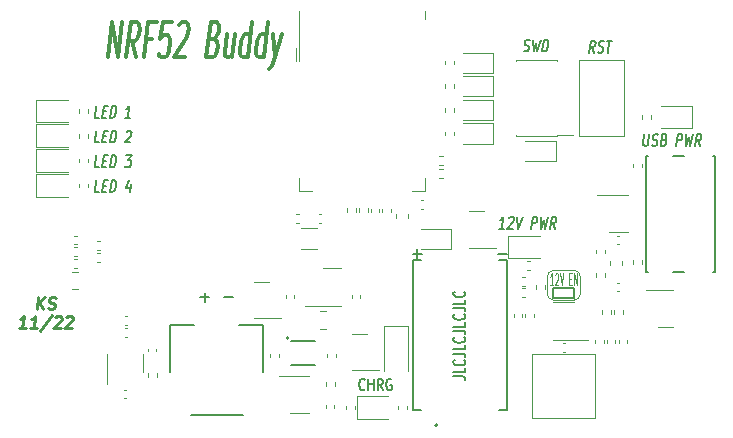
<source format=gbr>
%TF.GenerationSoftware,KiCad,Pcbnew,(6.0.9)*%
%TF.CreationDate,2022-12-01T07:32:15+10:00*%
%TF.ProjectId,NRF52Motherboard,4e524635-324d-46f7-9468-6572626f6172,rev?*%
%TF.SameCoordinates,Original*%
%TF.FileFunction,Legend,Top*%
%TF.FilePolarity,Positive*%
%FSLAX46Y46*%
G04 Gerber Fmt 4.6, Leading zero omitted, Abs format (unit mm)*
G04 Created by KiCad (PCBNEW (6.0.9)) date 2022-12-01 07:32:15*
%MOMM*%
%LPD*%
G01*
G04 APERTURE LIST*
%ADD10C,0.150000*%
%ADD11C,0.070000*%
%ADD12C,0.300000*%
%ADD13C,0.187500*%
%ADD14C,0.100000*%
%ADD15C,0.250000*%
%ADD16C,0.120000*%
%ADD17C,0.127000*%
%ADD18C,0.200000*%
G04 APERTURE END LIST*
D10*
X111519047Y-113071428D02*
X112280952Y-113071428D01*
X88319047Y-116771428D02*
X89080952Y-116771428D01*
X86319047Y-116771428D02*
X87080952Y-116771428D01*
X86700000Y-117152380D02*
X86700000Y-116390476D01*
X104319047Y-113071428D02*
X105080952Y-113071428D01*
X104700000Y-113452380D02*
X104700000Y-112690476D01*
D11*
X118000000Y-117000000D02*
G75*
G03*
X118500000Y-116500000I0J500000D01*
G01*
X115700000Y-116500000D02*
X115700000Y-115000000D01*
X116200000Y-114500000D02*
G75*
G03*
X115700000Y-115000000I0J-500000D01*
G01*
D10*
X116200000Y-116000000D02*
X118000000Y-116000000D01*
X118000000Y-116000000D02*
X118000000Y-116800000D01*
X118000000Y-116800000D02*
X116200000Y-116800000D01*
X116200000Y-116800000D02*
X116200000Y-116000000D01*
D11*
X116200000Y-117000000D02*
X118000000Y-117000000D01*
X118500000Y-115000000D02*
G75*
G03*
X118000000Y-114500000I-500000J0D01*
G01*
X118500000Y-115000000D02*
X118500000Y-116500000D01*
X115700000Y-116500000D02*
G75*
G03*
X116200000Y-117000000I500000J0D01*
G01*
X116200000Y-114500000D02*
X118000000Y-114500000D01*
D12*
X78470000Y-96457142D02*
X78845000Y-93457142D01*
X79327142Y-96457142D01*
X79702142Y-93457142D01*
X80898571Y-96457142D02*
X80577142Y-95028571D01*
X80041428Y-96457142D02*
X80416428Y-93457142D01*
X80987857Y-93457142D01*
X81112857Y-93600000D01*
X81166428Y-93742857D01*
X81202142Y-94028571D01*
X81148571Y-94457142D01*
X81041428Y-94742857D01*
X80952142Y-94885714D01*
X80791428Y-95028571D01*
X80220000Y-95028571D01*
X82237857Y-94885714D02*
X81737857Y-94885714D01*
X81541428Y-96457142D02*
X81916428Y-93457142D01*
X82630714Y-93457142D01*
X83916428Y-93457142D02*
X83202142Y-93457142D01*
X82952142Y-94885714D01*
X83041428Y-94742857D01*
X83202142Y-94600000D01*
X83559285Y-94600000D01*
X83684285Y-94742857D01*
X83737857Y-94885714D01*
X83773571Y-95171428D01*
X83684285Y-95885714D01*
X83577142Y-96171428D01*
X83487857Y-96314285D01*
X83327142Y-96457142D01*
X82970000Y-96457142D01*
X82845000Y-96314285D01*
X82791428Y-96171428D01*
X84523571Y-93742857D02*
X84612857Y-93600000D01*
X84773571Y-93457142D01*
X85130714Y-93457142D01*
X85255714Y-93600000D01*
X85309285Y-93742857D01*
X85345000Y-94028571D01*
X85309285Y-94314285D01*
X85184285Y-94742857D01*
X84112857Y-96457142D01*
X85041428Y-96457142D01*
X87523571Y-94885714D02*
X87720000Y-95028571D01*
X87773571Y-95171428D01*
X87809285Y-95457142D01*
X87755714Y-95885714D01*
X87648571Y-96171428D01*
X87559285Y-96314285D01*
X87398571Y-96457142D01*
X86827142Y-96457142D01*
X87202142Y-93457142D01*
X87702142Y-93457142D01*
X87827142Y-93600000D01*
X87880714Y-93742857D01*
X87916428Y-94028571D01*
X87880714Y-94314285D01*
X87773571Y-94600000D01*
X87684285Y-94742857D01*
X87523571Y-94885714D01*
X87023571Y-94885714D01*
X89220000Y-94457142D02*
X88970000Y-96457142D01*
X88577142Y-94457142D02*
X88380714Y-96028571D01*
X88416428Y-96314285D01*
X88541428Y-96457142D01*
X88755714Y-96457142D01*
X88916428Y-96314285D01*
X89005714Y-96171428D01*
X90327142Y-96457142D02*
X90702142Y-93457142D01*
X90345000Y-96314285D02*
X90184285Y-96457142D01*
X89898571Y-96457142D01*
X89773571Y-96314285D01*
X89720000Y-96171428D01*
X89684285Y-95885714D01*
X89791428Y-95028571D01*
X89898571Y-94742857D01*
X89987857Y-94600000D01*
X90148571Y-94457142D01*
X90434285Y-94457142D01*
X90559285Y-94600000D01*
X91684285Y-96457142D02*
X92059285Y-93457142D01*
X91702142Y-96314285D02*
X91541428Y-96457142D01*
X91255714Y-96457142D01*
X91130714Y-96314285D01*
X91077142Y-96171428D01*
X91041428Y-95885714D01*
X91148571Y-95028571D01*
X91255714Y-94742857D01*
X91345000Y-94600000D01*
X91505714Y-94457142D01*
X91791428Y-94457142D01*
X91916428Y-94600000D01*
X92505714Y-94457142D02*
X92612857Y-96457142D01*
X93220000Y-94457142D02*
X92612857Y-96457142D01*
X92380714Y-97171428D01*
X92291428Y-97314285D01*
X92130714Y-97457142D01*
D13*
X77763541Y-103652380D02*
X77406398Y-103652380D01*
X77531398Y-102652380D01*
X78079017Y-103128571D02*
X78329017Y-103128571D01*
X78370684Y-103652380D02*
X78013541Y-103652380D01*
X78138541Y-102652380D01*
X78495684Y-102652380D01*
X78692113Y-103652380D02*
X78817113Y-102652380D01*
X78995684Y-102652380D01*
X79096875Y-102700000D01*
X79156398Y-102795238D01*
X79180208Y-102890476D01*
X79192113Y-103080952D01*
X79174255Y-103223809D01*
X79114732Y-103414285D01*
X79067113Y-103509523D01*
X78983779Y-103604761D01*
X78870684Y-103652380D01*
X78692113Y-103652380D01*
X80090922Y-102747619D02*
X80132589Y-102700000D01*
X80209970Y-102652380D01*
X80388541Y-102652380D01*
X80454017Y-102700000D01*
X80483779Y-102747619D01*
X80507589Y-102842857D01*
X80495684Y-102938095D01*
X80442113Y-103080952D01*
X79942113Y-103652380D01*
X80406398Y-103652380D01*
X100239285Y-124557142D02*
X100203571Y-124604761D01*
X100096428Y-124652380D01*
X100025000Y-124652380D01*
X99917857Y-124604761D01*
X99846428Y-124509523D01*
X99810714Y-124414285D01*
X99775000Y-124223809D01*
X99775000Y-124080952D01*
X99810714Y-123890476D01*
X99846428Y-123795238D01*
X99917857Y-123700000D01*
X100025000Y-123652380D01*
X100096428Y-123652380D01*
X100203571Y-123700000D01*
X100239285Y-123747619D01*
X100560714Y-124652380D02*
X100560714Y-123652380D01*
X100560714Y-124128571D02*
X100989285Y-124128571D01*
X100989285Y-124652380D02*
X100989285Y-123652380D01*
X101775000Y-124652380D02*
X101525000Y-124176190D01*
X101346428Y-124652380D02*
X101346428Y-123652380D01*
X101632142Y-123652380D01*
X101703571Y-123700000D01*
X101739285Y-123747619D01*
X101775000Y-123842857D01*
X101775000Y-123985714D01*
X101739285Y-124080952D01*
X101703571Y-124128571D01*
X101632142Y-124176190D01*
X101346428Y-124176190D01*
X102489285Y-123700000D02*
X102417857Y-123652380D01*
X102310714Y-123652380D01*
X102203571Y-123700000D01*
X102132142Y-123795238D01*
X102096428Y-123890476D01*
X102060714Y-124080952D01*
X102060714Y-124223809D01*
X102096428Y-124414285D01*
X102132142Y-124509523D01*
X102203571Y-124604761D01*
X102310714Y-124652380D01*
X102382142Y-124652380D01*
X102489285Y-124604761D01*
X102525000Y-124557142D01*
X102525000Y-124223809D01*
X102382142Y-124223809D01*
X113693422Y-95904761D02*
X113794613Y-95952380D01*
X113973184Y-95952380D01*
X114050565Y-95904761D01*
X114092232Y-95857142D01*
X114139851Y-95761904D01*
X114151755Y-95666666D01*
X114127946Y-95571428D01*
X114098184Y-95523809D01*
X114032708Y-95476190D01*
X113895803Y-95428571D01*
X113830327Y-95380952D01*
X113800565Y-95333333D01*
X113776755Y-95238095D01*
X113788660Y-95142857D01*
X113836279Y-95047619D01*
X113877946Y-95000000D01*
X113955327Y-94952380D01*
X114133898Y-94952380D01*
X114235089Y-95000000D01*
X114491041Y-94952380D02*
X114544613Y-95952380D01*
X114776755Y-95238095D01*
X114830327Y-95952380D01*
X115133898Y-94952380D01*
X115294613Y-95952380D02*
X115419613Y-94952380D01*
X115598184Y-94952380D01*
X115699375Y-95000000D01*
X115758898Y-95095238D01*
X115782708Y-95190476D01*
X115794613Y-95380952D01*
X115776755Y-95523809D01*
X115717232Y-95714285D01*
X115669613Y-95809523D01*
X115586279Y-95904761D01*
X115473184Y-95952380D01*
X115294613Y-95952380D01*
X107752380Y-123464285D02*
X108466666Y-123464285D01*
X108609523Y-123500000D01*
X108704761Y-123571428D01*
X108752380Y-123678571D01*
X108752380Y-123750000D01*
X108752380Y-122750000D02*
X108752380Y-123107142D01*
X107752380Y-123107142D01*
X108657142Y-122071428D02*
X108704761Y-122107142D01*
X108752380Y-122214285D01*
X108752380Y-122285714D01*
X108704761Y-122392857D01*
X108609523Y-122464285D01*
X108514285Y-122500000D01*
X108323809Y-122535714D01*
X108180952Y-122535714D01*
X107990476Y-122500000D01*
X107895238Y-122464285D01*
X107800000Y-122392857D01*
X107752380Y-122285714D01*
X107752380Y-122214285D01*
X107800000Y-122107142D01*
X107847619Y-122071428D01*
X107752380Y-121535714D02*
X108466666Y-121535714D01*
X108609523Y-121571428D01*
X108704761Y-121642857D01*
X108752380Y-121750000D01*
X108752380Y-121821428D01*
X108752380Y-120821428D02*
X108752380Y-121178571D01*
X107752380Y-121178571D01*
X108657142Y-120142857D02*
X108704761Y-120178571D01*
X108752380Y-120285714D01*
X108752380Y-120357142D01*
X108704761Y-120464285D01*
X108609523Y-120535714D01*
X108514285Y-120571428D01*
X108323809Y-120607142D01*
X108180952Y-120607142D01*
X107990476Y-120571428D01*
X107895238Y-120535714D01*
X107800000Y-120464285D01*
X107752380Y-120357142D01*
X107752380Y-120285714D01*
X107800000Y-120178571D01*
X107847619Y-120142857D01*
X107752380Y-119607142D02*
X108466666Y-119607142D01*
X108609523Y-119642857D01*
X108704761Y-119714285D01*
X108752380Y-119821428D01*
X108752380Y-119892857D01*
X108752380Y-118892857D02*
X108752380Y-119250000D01*
X107752380Y-119250000D01*
X108657142Y-118214285D02*
X108704761Y-118250000D01*
X108752380Y-118357142D01*
X108752380Y-118428571D01*
X108704761Y-118535714D01*
X108609523Y-118607142D01*
X108514285Y-118642857D01*
X108323809Y-118678571D01*
X108180952Y-118678571D01*
X107990476Y-118642857D01*
X107895238Y-118607142D01*
X107800000Y-118535714D01*
X107752380Y-118428571D01*
X107752380Y-118357142D01*
X107800000Y-118250000D01*
X107847619Y-118214285D01*
X107752380Y-117678571D02*
X108466666Y-117678571D01*
X108609523Y-117714285D01*
X108704761Y-117785714D01*
X108752380Y-117892857D01*
X108752380Y-117964285D01*
X108752380Y-116964285D02*
X108752380Y-117321428D01*
X107752380Y-117321428D01*
X108657142Y-116285714D02*
X108704761Y-116321428D01*
X108752380Y-116428571D01*
X108752380Y-116500000D01*
X108704761Y-116607142D01*
X108609523Y-116678571D01*
X108514285Y-116714285D01*
X108323809Y-116750000D01*
X108180952Y-116750000D01*
X107990476Y-116714285D01*
X107895238Y-116678571D01*
X107800000Y-116607142D01*
X107752380Y-116500000D01*
X107752380Y-116428571D01*
X107800000Y-116321428D01*
X107847619Y-116285714D01*
D14*
X116207857Y-115752380D02*
X115950714Y-115752380D01*
X116079285Y-115752380D02*
X116079285Y-114752380D01*
X116036428Y-114895238D01*
X115993571Y-114990476D01*
X115950714Y-115038095D01*
X116379285Y-114847619D02*
X116400714Y-114800000D01*
X116443571Y-114752380D01*
X116550714Y-114752380D01*
X116593571Y-114800000D01*
X116615000Y-114847619D01*
X116636428Y-114942857D01*
X116636428Y-115038095D01*
X116615000Y-115180952D01*
X116357857Y-115752380D01*
X116636428Y-115752380D01*
X116765000Y-114752380D02*
X116915000Y-115752380D01*
X117065000Y-114752380D01*
X117557857Y-115228571D02*
X117707857Y-115228571D01*
X117772142Y-115752380D02*
X117557857Y-115752380D01*
X117557857Y-114752380D01*
X117772142Y-114752380D01*
X117965000Y-115752380D02*
X117965000Y-114752380D01*
X118222142Y-115752380D01*
X118222142Y-114752380D01*
D13*
X119694613Y-96052380D02*
X119504136Y-95576190D01*
X119266041Y-96052380D02*
X119391041Y-95052380D01*
X119676755Y-95052380D01*
X119742232Y-95100000D01*
X119771994Y-95147619D01*
X119795803Y-95242857D01*
X119777946Y-95385714D01*
X119730327Y-95480952D01*
X119688660Y-95528571D01*
X119611279Y-95576190D01*
X119325565Y-95576190D01*
X119986279Y-96004761D02*
X120087470Y-96052380D01*
X120266041Y-96052380D01*
X120343422Y-96004761D01*
X120385089Y-95957142D01*
X120432708Y-95861904D01*
X120444613Y-95766666D01*
X120420803Y-95671428D01*
X120391041Y-95623809D01*
X120325565Y-95576190D01*
X120188660Y-95528571D01*
X120123184Y-95480952D01*
X120093422Y-95433333D01*
X120069613Y-95338095D01*
X120081517Y-95242857D01*
X120129136Y-95147619D01*
X120170803Y-95100000D01*
X120248184Y-95052380D01*
X120426755Y-95052380D01*
X120527946Y-95100000D01*
X120748184Y-95052380D02*
X121176755Y-95052380D01*
X120837470Y-96052380D02*
X120962470Y-95052380D01*
X77763541Y-101552380D02*
X77406398Y-101552380D01*
X77531398Y-100552380D01*
X78079017Y-101028571D02*
X78329017Y-101028571D01*
X78370684Y-101552380D02*
X78013541Y-101552380D01*
X78138541Y-100552380D01*
X78495684Y-100552380D01*
X78692113Y-101552380D02*
X78817113Y-100552380D01*
X78995684Y-100552380D01*
X79096875Y-100600000D01*
X79156398Y-100695238D01*
X79180208Y-100790476D01*
X79192113Y-100980952D01*
X79174255Y-101123809D01*
X79114732Y-101314285D01*
X79067113Y-101409523D01*
X78983779Y-101504761D01*
X78870684Y-101552380D01*
X78692113Y-101552380D01*
X80406398Y-101552380D02*
X79977827Y-101552380D01*
X80192113Y-101552380D02*
X80317113Y-100552380D01*
X80227827Y-100695238D01*
X80144494Y-100790476D01*
X80067113Y-100838095D01*
D15*
X72467232Y-117747380D02*
X72592232Y-116747380D01*
X73038660Y-117747380D02*
X72681517Y-117175952D01*
X73163660Y-116747380D02*
X72520803Y-117318809D01*
X73425565Y-117699761D02*
X73562470Y-117747380D01*
X73800565Y-117747380D01*
X73901755Y-117699761D01*
X73955327Y-117652142D01*
X74014851Y-117556904D01*
X74026755Y-117461666D01*
X73991041Y-117366428D01*
X73949375Y-117318809D01*
X73860089Y-117271190D01*
X73675565Y-117223571D01*
X73586279Y-117175952D01*
X73544613Y-117128333D01*
X73508898Y-117033095D01*
X73520803Y-116937857D01*
X73580327Y-116842619D01*
X73633898Y-116795000D01*
X73735089Y-116747380D01*
X73973184Y-116747380D01*
X74110089Y-116795000D01*
X71538660Y-119357380D02*
X70967232Y-119357380D01*
X71252946Y-119357380D02*
X71377946Y-118357380D01*
X71264851Y-118500238D01*
X71157708Y-118595476D01*
X71056517Y-118643095D01*
X72491041Y-119357380D02*
X71919613Y-119357380D01*
X72205327Y-119357380D02*
X72330327Y-118357380D01*
X72217232Y-118500238D01*
X72110089Y-118595476D01*
X72008898Y-118643095D01*
X73764851Y-118309761D02*
X72746994Y-119595476D01*
X74032708Y-118452619D02*
X74086279Y-118405000D01*
X74187470Y-118357380D01*
X74425565Y-118357380D01*
X74514851Y-118405000D01*
X74556517Y-118452619D01*
X74592232Y-118547857D01*
X74580327Y-118643095D01*
X74514851Y-118785952D01*
X73871994Y-119357380D01*
X74491041Y-119357380D01*
X74985089Y-118452619D02*
X75038660Y-118405000D01*
X75139851Y-118357380D01*
X75377946Y-118357380D01*
X75467232Y-118405000D01*
X75508898Y-118452619D01*
X75544613Y-118547857D01*
X75532708Y-118643095D01*
X75467232Y-118785952D01*
X74824375Y-119357380D01*
X75443422Y-119357380D01*
D13*
X112076755Y-110952380D02*
X111648184Y-110952380D01*
X111862470Y-110952380D02*
X111987470Y-109952380D01*
X111898184Y-110095238D01*
X111814851Y-110190476D01*
X111737470Y-110238095D01*
X112475565Y-110047619D02*
X112517232Y-110000000D01*
X112594613Y-109952380D01*
X112773184Y-109952380D01*
X112838660Y-110000000D01*
X112868422Y-110047619D01*
X112892232Y-110142857D01*
X112880327Y-110238095D01*
X112826755Y-110380952D01*
X112326755Y-110952380D01*
X112791041Y-110952380D01*
X113130327Y-109952380D02*
X113255327Y-110952380D01*
X113630327Y-109952380D01*
X114326755Y-110952380D02*
X114451755Y-109952380D01*
X114737470Y-109952380D01*
X114802946Y-110000000D01*
X114832708Y-110047619D01*
X114856517Y-110142857D01*
X114838660Y-110285714D01*
X114791041Y-110380952D01*
X114749375Y-110428571D01*
X114671994Y-110476190D01*
X114386279Y-110476190D01*
X115130327Y-109952380D02*
X115183898Y-110952380D01*
X115416041Y-110238095D01*
X115469613Y-110952380D01*
X115773184Y-109952380D01*
X116362470Y-110952380D02*
X116171994Y-110476190D01*
X115933898Y-110952380D02*
X116058898Y-109952380D01*
X116344613Y-109952380D01*
X116410089Y-110000000D01*
X116439851Y-110047619D01*
X116463660Y-110142857D01*
X116445803Y-110285714D01*
X116398184Y-110380952D01*
X116356517Y-110428571D01*
X116279136Y-110476190D01*
X115993422Y-110476190D01*
X77763541Y-105752380D02*
X77406398Y-105752380D01*
X77531398Y-104752380D01*
X78079017Y-105228571D02*
X78329017Y-105228571D01*
X78370684Y-105752380D02*
X78013541Y-105752380D01*
X78138541Y-104752380D01*
X78495684Y-104752380D01*
X78692113Y-105752380D02*
X78817113Y-104752380D01*
X78995684Y-104752380D01*
X79096875Y-104800000D01*
X79156398Y-104895238D01*
X79180208Y-104990476D01*
X79192113Y-105180952D01*
X79174255Y-105323809D01*
X79114732Y-105514285D01*
X79067113Y-105609523D01*
X78983779Y-105704761D01*
X78870684Y-105752380D01*
X78692113Y-105752380D01*
X80067113Y-104752380D02*
X80531398Y-104752380D01*
X80233779Y-105133333D01*
X80340922Y-105133333D01*
X80406398Y-105180952D01*
X80436160Y-105228571D01*
X80459970Y-105323809D01*
X80430208Y-105561904D01*
X80382589Y-105657142D01*
X80340922Y-105704761D01*
X80263541Y-105752380D01*
X80049255Y-105752380D01*
X79983779Y-105704761D01*
X79954017Y-105657142D01*
X77763541Y-107852380D02*
X77406398Y-107852380D01*
X77531398Y-106852380D01*
X78079017Y-107328571D02*
X78329017Y-107328571D01*
X78370684Y-107852380D02*
X78013541Y-107852380D01*
X78138541Y-106852380D01*
X78495684Y-106852380D01*
X78692113Y-107852380D02*
X78817113Y-106852380D01*
X78995684Y-106852380D01*
X79096875Y-106900000D01*
X79156398Y-106995238D01*
X79180208Y-107090476D01*
X79192113Y-107280952D01*
X79174255Y-107423809D01*
X79114732Y-107614285D01*
X79067113Y-107709523D01*
X78983779Y-107804761D01*
X78870684Y-107852380D01*
X78692113Y-107852380D01*
X80418303Y-107185714D02*
X80334970Y-107852380D01*
X80287351Y-106804761D02*
X80019494Y-107519047D01*
X80483779Y-107519047D01*
X123919613Y-102952380D02*
X123818422Y-103761904D01*
X123842232Y-103857142D01*
X123871994Y-103904761D01*
X123937470Y-103952380D01*
X124080327Y-103952380D01*
X124157708Y-103904761D01*
X124199375Y-103857142D01*
X124246994Y-103761904D01*
X124348184Y-102952380D01*
X124550565Y-103904761D02*
X124651755Y-103952380D01*
X124830327Y-103952380D01*
X124907708Y-103904761D01*
X124949375Y-103857142D01*
X124996994Y-103761904D01*
X125008898Y-103666666D01*
X124985089Y-103571428D01*
X124955327Y-103523809D01*
X124889851Y-103476190D01*
X124752946Y-103428571D01*
X124687470Y-103380952D01*
X124657708Y-103333333D01*
X124633898Y-103238095D01*
X124645803Y-103142857D01*
X124693422Y-103047619D01*
X124735089Y-103000000D01*
X124812470Y-102952380D01*
X124991041Y-102952380D01*
X125092232Y-103000000D01*
X125610089Y-103428571D02*
X125711279Y-103476190D01*
X125741041Y-103523809D01*
X125764851Y-103619047D01*
X125746994Y-103761904D01*
X125699375Y-103857142D01*
X125657708Y-103904761D01*
X125580327Y-103952380D01*
X125294613Y-103952380D01*
X125419613Y-102952380D01*
X125669613Y-102952380D01*
X125735089Y-103000000D01*
X125764851Y-103047619D01*
X125788660Y-103142857D01*
X125776755Y-103238095D01*
X125729136Y-103333333D01*
X125687470Y-103380952D01*
X125610089Y-103428571D01*
X125360089Y-103428571D01*
X126616041Y-103952380D02*
X126741041Y-102952380D01*
X127026755Y-102952380D01*
X127092232Y-103000000D01*
X127121994Y-103047619D01*
X127145803Y-103142857D01*
X127127946Y-103285714D01*
X127080327Y-103380952D01*
X127038660Y-103428571D01*
X126961279Y-103476190D01*
X126675565Y-103476190D01*
X127419613Y-102952380D02*
X127473184Y-103952380D01*
X127705327Y-103238095D01*
X127758898Y-103952380D01*
X128062470Y-102952380D01*
X128651755Y-103952380D02*
X128461279Y-103476190D01*
X128223184Y-103952380D02*
X128348184Y-102952380D01*
X128633898Y-102952380D01*
X128699375Y-103000000D01*
X128729136Y-103047619D01*
X128752946Y-103142857D01*
X128735089Y-103285714D01*
X128687470Y-103380952D01*
X128645803Y-103428571D01*
X128568422Y-103476190D01*
X128282708Y-103476190D01*
D16*
%TO.C,C26*%
X96952500Y-126107836D02*
X96952500Y-125892164D01*
X97672500Y-126107836D02*
X97672500Y-125892164D01*
%TO.C,R32*%
X103830000Y-126253641D02*
X103830000Y-125946359D01*
X103070000Y-126253641D02*
X103070000Y-125946359D01*
%TO.C,R24*%
X114720000Y-116053641D02*
X114720000Y-115746359D01*
X115480000Y-116053641D02*
X115480000Y-115746359D01*
%TO.C,D5*%
X111100000Y-101750000D02*
X108550000Y-101750000D01*
X111100000Y-100050000D02*
X108550000Y-100050000D01*
X111100000Y-101750000D02*
X111100000Y-100050000D01*
%TO.C,R7*%
X75927064Y-116085000D02*
X75472936Y-116085000D01*
X75927064Y-114615000D02*
X75472936Y-114615000D01*
%TO.C,R12*%
X76020000Y-107146359D02*
X76020000Y-107453641D01*
X76780000Y-107146359D02*
X76780000Y-107453641D01*
%TO.C,C15*%
X75877836Y-113540000D02*
X75662164Y-113540000D01*
X75877836Y-114260000D02*
X75662164Y-114260000D01*
%TO.C,U2*%
X96700000Y-114290000D02*
X98200000Y-114290000D01*
X95200000Y-117510000D02*
X98200000Y-117510000D01*
%TO.C,D11*%
X101900000Y-119200000D02*
X101900000Y-123050000D01*
X103900000Y-119200000D02*
X101900000Y-119200000D01*
X103900000Y-119200000D02*
X103900000Y-123050000D01*
%TO.C,C23*%
X75662164Y-113260000D02*
X75877836Y-113260000D01*
X75662164Y-112540000D02*
X75877836Y-112540000D01*
%TO.C,D9*%
X72415000Y-102140000D02*
X72415000Y-104060000D01*
X75100000Y-102140000D02*
X72415000Y-102140000D01*
X72415000Y-104060000D02*
X75100000Y-104060000D01*
%TO.C,C14*%
X79842164Y-125297500D02*
X80057836Y-125297500D01*
X79842164Y-124577500D02*
X80057836Y-124577500D01*
%TO.C,U4*%
X117980000Y-117190000D02*
X116180000Y-117190000D01*
X116180000Y-120410000D02*
X119130000Y-120410000D01*
%TO.C,C3*%
X93540000Y-116807836D02*
X93540000Y-116592164D01*
X94260000Y-116807836D02*
X94260000Y-116592164D01*
%TO.C,C25*%
X75867836Y-112260000D02*
X75652164Y-112260000D01*
X75867836Y-111540000D02*
X75652164Y-111540000D01*
%TO.C,D13*%
X112415000Y-113460000D02*
X115100000Y-113460000D01*
X115100000Y-111540000D02*
X112415000Y-111540000D01*
X112415000Y-111540000D02*
X112415000Y-113460000D01*
%TO.C,D8*%
X72415000Y-106340000D02*
X72415000Y-108260000D01*
X75100000Y-106340000D02*
X72415000Y-106340000D01*
X72415000Y-108260000D02*
X75100000Y-108260000D01*
%TO.C,C12*%
X79942164Y-119097500D02*
X80157836Y-119097500D01*
X79942164Y-118377500D02*
X80157836Y-118377500D01*
%TO.C,L1*%
X122010000Y-113737221D02*
X122010000Y-114062779D01*
X120990000Y-113737221D02*
X120990000Y-114062779D01*
%TO.C,U5*%
X81510000Y-122337500D02*
X81510000Y-121537500D01*
X78390000Y-122337500D02*
X78390000Y-121537500D01*
X81510000Y-122337500D02*
X81510000Y-123137500D01*
X78390000Y-122337500D02*
X78390000Y-124137500D01*
%TO.C,SW1*%
X122200000Y-103150000D02*
X118400000Y-103150000D01*
X118400000Y-103150000D02*
X118400000Y-96650000D01*
X122200000Y-96650000D02*
X122200000Y-103150000D01*
X118400000Y-96650000D02*
X122200000Y-96650000D01*
%TO.C,R6*%
X121320000Y-117846359D02*
X121320000Y-118153641D01*
X122080000Y-117846359D02*
X122080000Y-118153641D01*
%TO.C,U7*%
X121700000Y-111260000D02*
X120900000Y-111260000D01*
X121700000Y-108140000D02*
X122500000Y-108140000D01*
X121700000Y-111260000D02*
X122500000Y-111260000D01*
X121700000Y-108140000D02*
X119900000Y-108140000D01*
%TO.C,R11*%
X76780000Y-100846359D02*
X76780000Y-101153641D01*
X76020000Y-100846359D02*
X76020000Y-101153641D01*
%TO.C,C10*%
X120460000Y-120607836D02*
X120460000Y-120392164D01*
X119740000Y-120607836D02*
X119740000Y-120392164D01*
%TO.C,L3*%
X102890000Y-109737221D02*
X102890000Y-110062779D01*
X103910000Y-109737221D02*
X103910000Y-110062779D01*
%TO.C,C16*%
X77592164Y-113040000D02*
X77807836Y-113040000D01*
X77592164Y-113760000D02*
X77807836Y-113760000D01*
%TO.C,U6*%
X105350000Y-92550000D02*
X105350000Y-93200000D01*
X94650000Y-106700000D02*
X94650000Y-107800000D01*
X105350000Y-106700000D02*
X105350000Y-107800000D01*
X94650000Y-92550000D02*
X94650000Y-96750000D01*
X105350000Y-107800000D02*
X104250000Y-107800000D01*
X94400000Y-95650000D02*
X94400000Y-96750000D01*
X94650000Y-107800000D02*
X95750000Y-107800000D01*
%TO.C,D2*%
X116400000Y-103550000D02*
X113850000Y-103550000D01*
X116400000Y-105250000D02*
X113850000Y-105250000D01*
X116400000Y-105250000D02*
X116400000Y-103550000D01*
%TO.C,D6*%
X111100000Y-96050000D02*
X108550000Y-96050000D01*
X111100000Y-97750000D02*
X108550000Y-97750000D01*
X111100000Y-97750000D02*
X111100000Y-96050000D01*
%TO.C,R1*%
X97020000Y-121853641D02*
X97020000Y-121546359D01*
X97780000Y-121853641D02*
X97780000Y-121546359D01*
%TO.C,R25*%
X82630000Y-123183859D02*
X82630000Y-123491141D01*
X81870000Y-123183859D02*
X81870000Y-123491141D01*
%TO.C,C11*%
X79942164Y-120097500D02*
X80157836Y-120097500D01*
X79942164Y-119377500D02*
X80157836Y-119377500D01*
%TO.C,D10*%
X72415000Y-104240000D02*
X72415000Y-106160000D01*
X72415000Y-106160000D02*
X75100000Y-106160000D01*
X75100000Y-104240000D02*
X72415000Y-104240000D01*
%TO.C,C19*%
X101460000Y-109507836D02*
X101460000Y-109292164D01*
X100740000Y-109507836D02*
X100740000Y-109292164D01*
%TO.C,D4*%
X111100000Y-99750000D02*
X108550000Y-99750000D01*
X111100000Y-99750000D02*
X111100000Y-98050000D01*
X111100000Y-98050000D02*
X108550000Y-98050000D01*
%TO.C,R13*%
X119820000Y-114746359D02*
X119820000Y-115053641D01*
X120580000Y-114746359D02*
X120580000Y-115053641D01*
%TO.C,C18*%
X104992164Y-109272500D02*
X105207836Y-109272500D01*
X104992164Y-108552500D02*
X105207836Y-108552500D01*
%TO.C,R16*%
X106853641Y-104820000D02*
X106546359Y-104820000D01*
X106853641Y-105580000D02*
X106546359Y-105580000D01*
%TO.C,R10*%
X122920000Y-105446359D02*
X122920000Y-105753641D01*
X123680000Y-105446359D02*
X123680000Y-105753641D01*
%TO.C,R17*%
X120580000Y-112746359D02*
X120580000Y-113053641D01*
X119820000Y-112746359D02*
X119820000Y-113053641D01*
%TO.C,C13*%
X81890000Y-121345336D02*
X81890000Y-121129664D01*
X82610000Y-121345336D02*
X82610000Y-121129664D01*
%TO.C,C6*%
X113840000Y-118407836D02*
X113840000Y-118192164D01*
X114560000Y-118407836D02*
X114560000Y-118192164D01*
%TO.C,Q1*%
X109700000Y-112560000D02*
X109050000Y-112560000D01*
X109700000Y-109440000D02*
X110350000Y-109440000D01*
X109700000Y-112560000D02*
X111375000Y-112560000D01*
X109700000Y-109440000D02*
X109050000Y-109440000D01*
%TO.C,Q4*%
X91500000Y-115440000D02*
X92150000Y-115440000D01*
X91500000Y-118560000D02*
X93175000Y-118560000D01*
X91500000Y-118560000D02*
X90850000Y-118560000D01*
X91500000Y-115440000D02*
X90850000Y-115440000D01*
%TO.C,R8*%
X121080000Y-118153641D02*
X121080000Y-117846359D01*
X120320000Y-118153641D02*
X120320000Y-117846359D01*
%TO.C,L2*%
X114380000Y-121600000D02*
X119780000Y-121600000D01*
X119780000Y-121600000D02*
X119780000Y-127000000D01*
X119780000Y-127000000D02*
X114380000Y-127000000D01*
X114380000Y-127000000D02*
X114380000Y-121600000D01*
%TO.C,D1*%
X107550000Y-112650000D02*
X105000000Y-112650000D01*
X107550000Y-112650000D02*
X107550000Y-110950000D01*
X107550000Y-110950000D02*
X105000000Y-110950000D01*
%TO.C,R4*%
X96932500Y-124253641D02*
X96932500Y-123946359D01*
X97692500Y-124253641D02*
X97692500Y-123946359D01*
%TO.C,R2*%
X96927064Y-117955000D02*
X96472936Y-117955000D01*
X96927064Y-119425000D02*
X96472936Y-119425000D01*
%TO.C,U3*%
X94750000Y-126560000D02*
X95550000Y-126560000D01*
X94750000Y-126560000D02*
X93950000Y-126560000D01*
X94750000Y-123440000D02*
X95550000Y-123440000D01*
X94750000Y-123440000D02*
X92950000Y-123440000D01*
%TO.C,R5*%
X113853641Y-116780000D02*
X113546359Y-116780000D01*
X113853641Y-116020000D02*
X113546359Y-116020000D01*
%TO.C,C24*%
X77592164Y-112040000D02*
X77807836Y-112040000D01*
X77592164Y-112760000D02*
X77807836Y-112760000D01*
%TO.C,R29*%
X107020000Y-96746359D02*
X107020000Y-97053641D01*
X107780000Y-96746359D02*
X107780000Y-97053641D01*
%TO.C,C2*%
X121592164Y-115540000D02*
X121807836Y-115540000D01*
X121592164Y-116260000D02*
X121807836Y-116260000D01*
%TO.C,R20*%
X98720000Y-109246359D02*
X98720000Y-109553641D01*
X99480000Y-109246359D02*
X99480000Y-109553641D01*
%TO.C,R9*%
X123680000Y-113646359D02*
X123680000Y-113953641D01*
X122920000Y-113646359D02*
X122920000Y-113953641D01*
%TO.C,D16*%
X102250000Y-125140000D02*
X99565000Y-125140000D01*
X99565000Y-125140000D02*
X99565000Y-127060000D01*
X99565000Y-127060000D02*
X102250000Y-127060000D01*
%TO.C,R26*%
X107020000Y-102746359D02*
X107020000Y-103053641D01*
X107780000Y-102746359D02*
X107780000Y-103053641D01*
%TO.C,C7*%
X113560000Y-118407836D02*
X113560000Y-118192164D01*
X112840000Y-118407836D02*
X112840000Y-118192164D01*
D17*
%TO.C,J6*%
X83750000Y-119100000D02*
X83750000Y-123100000D01*
X91650000Y-119100000D02*
X89600000Y-119100000D01*
X91650000Y-123100000D02*
X91650000Y-119100000D01*
X85500000Y-126700000D02*
X89900000Y-126700000D01*
X85800000Y-119100000D02*
X83750000Y-119100000D01*
D16*
%TO.C,C21*%
X94442164Y-110460000D02*
X94657836Y-110460000D01*
X94442164Y-109740000D02*
X94657836Y-109740000D01*
D17*
%TO.C,U1*%
X94000000Y-122500000D02*
X96000000Y-122500000D01*
X94000000Y-120500000D02*
X96000000Y-120500000D01*
D18*
X93800000Y-120200000D02*
G75*
G03*
X93800000Y-120200000I-100000J0D01*
G01*
D16*
%TO.C,R27*%
X107780000Y-100746359D02*
X107780000Y-101053641D01*
X107020000Y-100746359D02*
X107020000Y-101053641D01*
%TO.C,D3*%
X111100000Y-102050000D02*
X108550000Y-102050000D01*
X111100000Y-103750000D02*
X108550000Y-103750000D01*
X111100000Y-103750000D02*
X111100000Y-102050000D01*
%TO.C,R30*%
X98670000Y-126253641D02*
X98670000Y-125946359D01*
X99430000Y-126253641D02*
X99430000Y-125946359D01*
%TO.C,R28*%
X107020000Y-98746359D02*
X107020000Y-99053641D01*
X107780000Y-98746359D02*
X107780000Y-99053641D01*
%TO.C,C8*%
X117207836Y-120640000D02*
X116992164Y-120640000D01*
X117207836Y-121360000D02*
X116992164Y-121360000D01*
D17*
%TO.C,J1*%
X104350000Y-113650000D02*
X104350000Y-126350000D01*
X112250000Y-113650000D02*
X111620000Y-113650000D01*
X112250000Y-126350000D02*
X111620000Y-126350000D01*
X104980000Y-113650000D02*
X104350000Y-113650000D01*
X112250000Y-126350000D02*
X112250000Y-113650000D01*
X104350000Y-126350000D02*
X104980000Y-126350000D01*
D18*
X106400000Y-127600000D02*
G75*
G03*
X106400000Y-127600000I-100000J0D01*
G01*
D16*
%TO.C,C4*%
X92240000Y-121807836D02*
X92240000Y-121592164D01*
X92960000Y-121807836D02*
X92960000Y-121592164D01*
%TO.C,R21*%
X124480000Y-101653641D02*
X124480000Y-101346359D01*
X123720000Y-101653641D02*
X123720000Y-101346359D01*
%TO.C,R3*%
X113853641Y-115020000D02*
X113546359Y-115020000D01*
X113853641Y-115780000D02*
X113546359Y-115780000D01*
D17*
%TO.C,J3*%
X129900000Y-114625000D02*
X129731250Y-114625000D01*
X129900000Y-104775000D02*
X129731250Y-104775000D01*
X129900000Y-104775000D02*
X129900000Y-114625000D01*
X124190620Y-104775000D02*
X124050000Y-104775000D01*
X124190620Y-114625000D02*
X124050000Y-114625000D01*
X127268750Y-104775000D02*
X126345310Y-104775000D01*
X124050000Y-114625000D02*
X124050000Y-104775000D01*
X127268750Y-114625000D02*
X126345310Y-114625000D01*
D16*
%TO.C,C9*%
X121460000Y-120607836D02*
X121460000Y-120392164D01*
X120740000Y-120607836D02*
X120740000Y-120392164D01*
%TO.C,R14*%
X76020000Y-102946359D02*
X76020000Y-103253641D01*
X76780000Y-102946359D02*
X76780000Y-103253641D01*
%TO.C,D12*%
X125300000Y-102460000D02*
X127985000Y-102460000D01*
X127985000Y-100540000D02*
X125300000Y-100540000D01*
X127985000Y-102460000D02*
X127985000Y-100540000D01*
%TO.C,J2*%
X113035000Y-96730000D02*
X113035000Y-96665000D01*
X116565000Y-103135000D02*
X113035000Y-103135000D01*
X116565000Y-96730000D02*
X116565000Y-96665000D01*
X113035000Y-103135000D02*
X113035000Y-103070000D01*
X116565000Y-103135000D02*
X116565000Y-103070000D01*
X117890000Y-103070000D02*
X116565000Y-103070000D01*
X116565000Y-96665000D02*
X113035000Y-96665000D01*
%TO.C,C22*%
X96557836Y-110460000D02*
X96342164Y-110460000D01*
X96557836Y-109740000D02*
X96342164Y-109740000D01*
%TO.C,C1*%
X121592164Y-112260000D02*
X121807836Y-112260000D01*
X121592164Y-111540000D02*
X121807836Y-111540000D01*
%TO.C,R22*%
X113946359Y-113720000D02*
X114253641Y-113720000D01*
X113946359Y-114480000D02*
X114253641Y-114480000D01*
%TO.C,C27*%
X121740000Y-120607836D02*
X121740000Y-120392164D01*
X122460000Y-120607836D02*
X122460000Y-120392164D01*
%TO.C,R23*%
X116946359Y-116020000D02*
X117253641Y-116020000D01*
X116946359Y-116780000D02*
X117253641Y-116780000D01*
%TO.C,Y1*%
X96175000Y-112650000D02*
X94825000Y-112650000D01*
X96175000Y-110900000D02*
X94825000Y-110900000D01*
%TO.C,R15*%
X106853641Y-106680000D02*
X106546359Y-106680000D01*
X106853641Y-105920000D02*
X106546359Y-105920000D01*
%TO.C,Q2*%
X125700000Y-116140000D02*
X126350000Y-116140000D01*
X125700000Y-119260000D02*
X125050000Y-119260000D01*
X125700000Y-119260000D02*
X126350000Y-119260000D01*
X125700000Y-116140000D02*
X124025000Y-116140000D01*
%TO.C,C5*%
X99140000Y-116612164D02*
X99140000Y-116827836D01*
X99860000Y-116612164D02*
X99860000Y-116827836D01*
%TO.C,R18*%
X76780000Y-105046359D02*
X76780000Y-105353641D01*
X76020000Y-105046359D02*
X76020000Y-105353641D01*
%TO.C,C20*%
X102460000Y-109507836D02*
X102460000Y-109292164D01*
X101740000Y-109507836D02*
X101740000Y-109292164D01*
%TO.C,D7*%
X72415000Y-100040000D02*
X72415000Y-101960000D01*
X75100000Y-100040000D02*
X72415000Y-100040000D01*
X72415000Y-101960000D02*
X75100000Y-101960000D01*
%TO.C,Q3*%
X99800000Y-122960000D02*
X101475000Y-122960000D01*
X99800000Y-119840000D02*
X99150000Y-119840000D01*
X99800000Y-119840000D02*
X100450000Y-119840000D01*
X99800000Y-122960000D02*
X99150000Y-122960000D01*
%TO.C,R19*%
X100480000Y-109246359D02*
X100480000Y-109553641D01*
X99720000Y-109246359D02*
X99720000Y-109553641D01*
%TD*%
M02*

</source>
